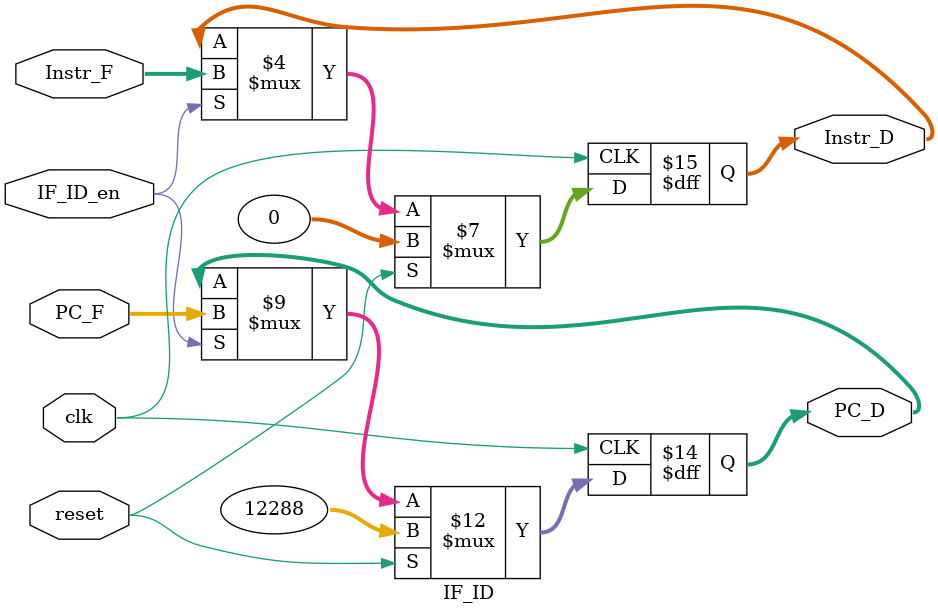
<source format=v>
`timescale 1ns / 1ps
module IF_ID(
	input 					clk,
	input						reset,
	input						IF_ID_en,
	input      	[31:0] 	PC_F,
	input  	  	[31:0] 	Instr_F,
	output reg 	[31:0] 	PC_D,
	output reg 	[31:0] 	Instr_D
    );
	initial begin
		PC_D <= 32'h0000_3000;
		Instr_D <=32'h0000_0000; 
	end
	always@(posedge clk)begin
		if(reset)begin
			PC_D <= 32'h0000_3000;
			Instr_D <=32'h0000_0000; 
		end
		else begin
		if(IF_ID_en == 1) begin
			PC_D <= PC_F;
			Instr_D <= Instr_F;
		end
		end
	end
endmodule

</source>
